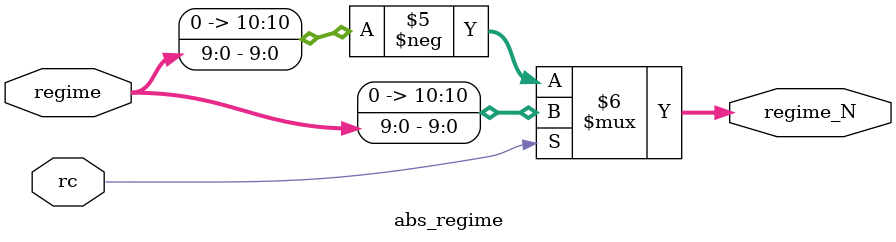
<source format=v>
`timescale 1ns / 1ps
module add_N32_ES6_PIPE(clk, in1, in2, start, out, inf, zero, done);

function [31:0] log2;
	input reg [31:0] value;
	begin
	value = value-1;
		for (log2=0; value>0; log2=log2+1)
			value = value>>1;
    end
endfunction

parameter N = 32;
parameter Bs = log2(N); 
parameter es = 6;


input clk;
input [N-1:0] in1, in2;
input start; 
output reg [N-1:0] out;
output reg inf, zero;
output reg done;

wire start0= start;
wire s1 = in1[N-1];
wire s2 = in2[N-1];
wire zero_tmp1 = |in1[N-2:0];
wire zero_tmp2 = |in2[N-2:0];
wire inf1 = in1[N-1] & (~zero_tmp1),
	inf2 = in2[N-1] & (~zero_tmp2);
wire zero1 = ~(in1[N-1] | zero_tmp1),
	zero2 = ~(in2[N-1] | zero_tmp2);
wire inf_t = inf1 | inf2,
	zero_t = zero1 & zero2;


//Data Extraction
wire rc1, rc2;
wire [Bs-1:0] regime1, regime2;
wire [es-1:0] e1, e2;
wire [N-es-1:0] mant1, mant2;
wire [N-1:0] xin1 = s1 ? -in1 : in1;
wire [N-1:0] xin2 = s2 ? -in2 : in2;
wire in1_gt_in2 = (xin1[N-2:0] >= xin2[N-2:0]) ? 1'b1 : 1'b0;
// data_extract_N32_ES6 #(.N(N),.es(es)) uut_de1(.in(xin1), .rc(rc1), .regime(regime1), .exp(e1), .mant(mant1));
// data_extract_N32_ES6 #(.N(N),.es(es)) uut_de2(.in(xin2), .rc(rc2), .regime(regime2), .exp(e2), .mant(mant2));
data_extract_v1 #(.N(N),.es(es)) uut_de1(.in(xin1), .rc(rc1), .regime(regime1), .exp(e1), .mant(mant1));
data_extract_v1 #(.N(N),.es(es)) uut_de2(.in(xin2), .rc(rc2), .regime(regime2), .exp(e2), .mant(mant2));

wire [N-es:0] m1 = {zero_tmp1,mant1}, 
	m2 = {zero_tmp2,mant2};

reg start_r0; 
reg in1_gt_in2_r0, s1_r0, s2_r0, inf_r0, zero_r0, rc1_r0, rc2_r0;
reg [Bs-1:0] regime1_rx, regime2_r0;
reg [es-1:0] e1_r0, e2_r0;
reg [N-es:0] m1_r0, m2_r0;

always @(posedge clk) begin
	start_r0 <= start0; in1_gt_in2_r0 <= in1_gt_in2; s1_r0 <= s1; s2_r0 <= s2; 
	inf_r0 <= inf_t; zero_r0 <= zero_t; rc1_r0 <= rc1; rc2_r0 <= rc2;
	regime1_rx <= regime1; regime2_r0 <= regime2; 
	e1_r0 <= e1; e2_r0 <= e2;
	m1_r0 <= m1; m2_r0 <= m2;
end

//Large Checking and Assignment
wire ls = in1_gt_in2_r0 ? s1_r0 : s2_r0;
wire op = s1_r0 ~^ s2_r0;

wire lrc = in1_gt_in2_r0 ? rc1_r0 : rc2_r0;
wire src = in1_gt_in2_r0 ? rc2_r0 : rc1_r0;

wire [Bs-1:0] lr = in1_gt_in2_r0 ? regime1_rx : regime2_r0;
wire [Bs-1:0] sr = in1_gt_in2_r0 ? regime2_r0 : regime1_rx;

wire [es-1:0] le = in1_gt_in2_r0 ? e1_r0 : e2_r0;
wire [es-1:0] se = in1_gt_in2_r0 ? e2_r0 : e1_r0;

wire [N-es:0] lm = in1_gt_in2_r0 ? m1_r0 : m2_r0;
wire [N-es:0] sm = in1_gt_in2_r0 ? m2_r0 : m1_r0;

//Exponent Difference: Lower Mantissa Right Shift Amount
// wire [es+Bs+1:0] diff;
// assign diff = {lrc ? {2'b0,lr} : -lr,le} - {src ? {2'b0,sr} : -sr, se};
// wire [Bs-1:0] exp_diff = (|diff[es+Bs:Bs]) ? {Bs{1'b1}} : diff[Bs-1:0];

wire [es+Bs+1:0] diff;
wire [Bs:0] lr_N;
wire [Bs:0] sr_N;
abs_regime #(.N(Bs)) uut_abs_regime1 (lrc, lr, lr_N);
abs_regime #(.N(Bs)) uut_abs_regime2 (src, sr, sr_N);
sub_N #(.N(es+Bs+1)) uut_ediff ({lr_N,le}, {sr_N, se}, diff);
wire [Bs-1:0] exp_diff = (|diff[es+Bs:Bs]) ? {Bs{1'b1}} : diff[Bs-1:0];

//DSR Right Shifting
// wire [N-1:0] DSR_right_in = {sm,5'b0};
// wire [N-1:0] DSR_right_out;
// wire [Bs-1:0] DSR_e_diff  = exp_diff;
// DSR_right_N_S #(.N(N), .S(Bs))  dsr1(.a(DSR_right_in), .b(DSR_e_diff), .c(DSR_right_out));

wire [N-1:0] DSR_right_in;
generate
	if (es >= 2) 
	assign DSR_right_in = {sm,{es-1{1'b0}}};
	else 
	assign DSR_right_in = sm;
endgenerate

wire [N-1:0] DSR_right_out;
wire [Bs-1:0] DSR_e_diff  = exp_diff;
DSR_right_N_S #(.N(N), .S(Bs))  dsr1(.a(DSR_right_in), .b(DSR_e_diff), .c(DSR_right_out));

reg start_r1;
reg ls_r1, op_r1, lrc_r1, inf_r1, zero_r1;
reg [Bs-1:0] lr_r1;
reg [es-1:0] le_r1;
reg [N-es:0] lm_r1;
reg [N-1:0] DSR_right_out_r1;
always @(posedge clk) begin
	start_r1 <= start_r0; ls_r1 <= ls; op_r1 <= op; inf_r1 <= inf_r0; zero_r1 <= zero_r0;
	lrc_r1 <= lrc;
	le_r1 <= le;
	lr_r1 <= lr;
	lm_r1 <= lm;
	DSR_right_out_r1 <= DSR_right_out;
end

//Mantissa Addition
// wire [N-1:0] add_m_in1 = {lm_r1,5'b0};
// wire [N:0] add_m;
// add_sub_N #(.N(N)) uut_add_sub_N (op_r1, add_m_in1, DSR_right_out_r1, add_m);
// wire [1:0] mant_ovf = add_m[N:N-1];

wire [N-1:0] add_m_in1;
generate
	if (es >= 2) 
	assign add_m_in1 = {lm_r1,{es-1{1'b0}}};
	else 
	assign add_m_in1 = lm_r1;
endgenerate

wire [N:0] add_m;
add_sub_N #(.N(N)) uut_add_sub_N (op_r1, add_m_in1, DSR_right_out_r1, add_m);
wire [1:0] mant_ovf = add_m[N:N-1];

//LOD
// wire [N-1:0] LOD_in = {(add_m[N] | add_m[N-1]), add_m[N-2:0]};
// wire [Bs-1:0] left_shift;
// LOD_32 l2(.in(LOD_in), .out(left_shift));

wire [N-1:0] LOD_in = {(add_m[N] | add_m[N-1]), add_m[N-2:0]};
wire [Bs-1:0] left_shift;
LOD_N #(.N(N)) l2(.in(LOD_in), .out(left_shift));

reg start_r2;
reg ls_r2, lrc_r2, inf_r2, zero_r2;
reg [Bs-1:0] lr_r2, left_shift_r2;
reg [es-1:0] le_r2;
reg [N:0] add_m_r2;
reg [1:0] mant_ovf_r2;
always @(posedge clk) begin
	start_r2 <= start_r1; ls_r2 <= ls_r1; inf_r2 <= inf_r1; zero_r2 <= zero_r1;
	lrc_r2 <= lrc_r1; lr_r2 <= lr_r1; le_r2 <= le_r1;
	left_shift_r2 <= left_shift;
	add_m_r2 <= add_m;
	mant_ovf_r2 <= mant_ovf;
end

//DSR Left Shifting
wire [N-1:0] DSR_left_out_t;
DSR_left_N_S #(.N(N), .S(Bs)) dsl1(.a(add_m_r2[N:1]), .b(left_shift_r2), .c(DSR_left_out_t));
wire [N-1:0] DSR_left_out = DSR_left_out_t[N-1] ? DSR_left_out_t[N-1:0] : {DSR_left_out_t[N-2:0],1'b0}; 


//Exponent and Regime Computation
wire [Bs:0] lr_N1 = lrc_r2 ? {1'b0,lr_r2} : -{1'b0,lr_r2};
wire [es+Bs+1:0] le_o_tmp, le_o;
sub_N #(.N(es+Bs+1)) sub3 ({lr_N1,le_r2}, {{es+1{1'b0}},left_shift_r2}, le_o_tmp);
add_mantovf #(es+Bs+1) uut_add_mantovf (le_o_tmp, mant_ovf_r2[1], le_o);

wire [es+Bs:0] le_oN = le_o[es+Bs] ? -le_o : le_o;
wire [es-1:0] e_o = le_o[es-1:0];
wire [Bs-1:0] r_o = (~le_o[es+Bs] || (|le_o[es-1:0])) + le_oN[es+Bs-1:es];

//Exponent and Mantissa Packing
// wire [2*N-1+3:0] tmp_o;
// assign tmp_o = { {N{~le_o[es+Bs]}}, le_o[es+Bs], e_o, DSR_left_out[N-2:4], |DSR_left_out[3:0]};
wire [2*N-1+3:0] tmp_o;
generate
	if(es > 2)
		assign tmp_o = { {N{~le_o[es+Bs]}}, le_o[es+Bs], e_o, DSR_left_out[N-2:es-2], |DSR_left_out[es-3:0]};
	else 
		assign tmp_o = { {N{~le_o[es+Bs]}}, le_o[es+Bs], e_o, DSR_left_out[N-2:0], {3-es{1'b0}} };
endgenerate

reg start_r3, ls_r3, inf_r3, zero_r3;
reg [2*N-1+3:0] tmp_o_r3;
reg [Bs-1:0] r_o_r3;
reg [N-1:0] DSR_left_out_r3;
always @(posedge clk) begin
	start_r3 <= start_r2; ls_r3 <= ls_r2; inf_r3 <= inf_r2; zero_r3 <= zero_r2;
	r_o_r3 <= r_o;
	tmp_o_r3 <= tmp_o;
	DSR_left_out_r3 <= DSR_left_out;
end

//Including/Pushing Regime bits in Exponent-Mantissa Packing
wire [3*N-1+3:0] tmp1_o;
DSR_right_N_S #(.N(3*N+3), .S(Bs)) dsr2 (.a({tmp_o_r3,{N{1'b0}}}), .b(r_o_r3), .c(tmp1_o));


//Rounding RNE : ulp_add = G.(R + S) + L.G.(~(R+S))
wire L = tmp1_o[N+4], G = tmp1_o[N+3], R = tmp1_o[N+2], St = |tmp1_o[N+1:0],
     ulp = ((G & (R | St)) | (L & G & ~(R | St)));
wire [N-1:0] rnd_ulp = {{N-1{1'b0}},ulp};
wire [N-1:0] tmp1_o_rnd = (r_o_r3 < N-es-2) ? tmp1_o[2*N-1+3:N+3] + rnd_ulp : tmp1_o[2*N-1+3:N+3];

//Final Output
wire [N-1:0] tmp1_oN = ls_r3 ? -tmp1_o_rnd : tmp1_o_rnd;
wire [N-1:0] out_tmp = inf_r3|zero_r3|(~DSR_left_out_r3[N-1]) ? {inf_r3,{N-1{1'b0}}} : {ls_r3, tmp1_oN[N-1:1]};  

always @(posedge clk) begin
	out <= out_tmp;
	done <= start_r3;
	inf <= inf_r3;
	zero <= zero_r3;
end
endmodule

/////////////////////////
// module data_extract_N32_ES6(in, rc, regime, exp, mant);

// function [31:0] log2;
// input reg [31:0] value;
// 	begin
// 	value = value-1;
// 	for (log2=0; value>0; log2=log2+1)
//         	value = value>>1;
//       	end
// endfunction


// parameter N=32;
// parameter Bs=log2(N);
// parameter es = 5;


// input [N-1:0] in;
// output rc;
// output [Bs-1:0] regime;
// output [es-1:0] exp;
// output [N-es-1:0] mant;

// //Data Extraction

// wire [N-1:0] xin = in;
// assign rc = xin[N-2];

// wire [N-1:0] xin_r = rc ? ~xin : xin;

// wire [Bs-1:0] k;
// LOD_32 uut_lod32_5 (.in({xin_r[N-2:0],rc^1'b0}), .out(k));

// assign regime = rc ? k-1 : k;

// wire [N-1:0] xin_tmp;
// DSR_left_N_S #(.N(N), .S(Bs)) ls (.a({xin[N-3:0],2'b0}),.b(k),.c(xin_tmp));

// assign exp= xin_tmp[N-1:N-es];
// assign mant= xin_tmp[N-es-1:0];

// endmodule

/////////////////
module sub_N (a,b,c);
	parameter N=10;
	input [N-1:0] a,b;
	output [N:0] c;
	assign c = {1'b0,a} - {1'b0,b};
endmodule

/////////////////////////
// module add_N (a,b,c);
// parameter N=10;
// input [N-1:0] a,b;
// output [N:0] c;
// assign c = {1'b0,a} + {1'b0,b};
// endmodule

/////////////////////////
module add_sub_N (op,a,b,c);
	parameter N=10;
	input op;
	input [N-1:0] a,b;
	output [N:0] c;
	assign c = op ? {1'b0,a} + {1'b0,b} : {1'b0,a} - {1'b0,b};
endmodule

/////////////////////////
module add_mantovf (a,mant_ovf,c);
	parameter N=10;
	input [N:0] a;
	input mant_ovf;
	output [N:0] c;
	assign c = a + mant_ovf;
endmodule

/////////////////////////
module DSR_left_N_S(a,b,c);
	parameter N=16;
	parameter S=4;
	input [N-1:0] a;
	input [S-1:0] b;
	output [N-1:0] c;

	wire [N-1:0] tmp [S-1:0];
	assign tmp[0]  = b[0] ? a << 7'd1  : a; 
	genvar i;
	generate
		for (i=1; i<S; i=i+1)begin:loop_blk
			assign tmp[i] = b[i] ? tmp[i-1] << 2**i : tmp[i-1];
		end
	endgenerate
	assign c = tmp[S-1];
endmodule

/////////////////////////
module DSR_right_N_S(a,b,c);
	parameter N=16;
	parameter S=4;
	input [N-1:0] a;
	input [S-1:0] b;
	output [N-1:0] c;

	wire [N-1:0] tmp [S-1:0];
	assign tmp[0]  = b[0] ? a >> 7'd1  : a; 
	genvar i;
	generate
		for (i=1; i<S; i=i+1)begin:loop_blk
			assign tmp[i] = b[i] ? tmp[i-1] >> 2**i : tmp[i-1];
		end
	endgenerate
	assign c = tmp[S-1];
endmodule

///////////////////////
// module LOD_32(in, out);
// input [31:0] in;
// output [4:0] out;
// wire [3:0] out_l, out_h;
// wire out_vl, out_vh;
// LOD16_4 pl(.in(in[15:0]), .out(out_l), .out_v(out_vl));
// LOD16_4 ph(.in(in[31:16]), .out(out_h), .out_v(out_vh));
// assign out = out_vh ? {1'b0,out_h} : {out_vl,out_l};
// endmodule

////////////////////
// module LOD16_4(in, out, out_v);
// input [15:0] in;
// output [3:0] out;
// output out_v;
// wire [2:0] out_l, out_h;
// wire out_vl, out_vh;
// LOD8_3 pl(.in(in[7:0]), .out(out_l), .out_v(out_vl));
// LOD8_3 ph(.in(in[15:8]), .out(out_h), .out_v(out_vh));
// assign out = out_vh ? {1'b0,out_h} : {out_vl,out_l};
// assign out_v = out_vl | out_vh;
// endmodule


////////////////////
// module LOD8_3(in, out, out_v);
// input [7:0] in;
// output [2:0] out;
// output out_v;

// wire [1:0] out_l, out_h;
// wire out_vl, out_vh;
// LOD4_2 pl(.in(in[3:0]), .out(out_l), .out_v(out_vl));
// LOD4_2 ph(.in(in[7:4]), .out(out_h), .out_v(out_vh));
// assign out = out_vh ? {1'b0,out_h} : {out_vl,out_l};
// assign out_v = out_vl | out_vh;

// endmodule


////////////////////
// module LOD4_2(in, out, out_v);
// input [3:0] in;
// output [1:0] out;
// output out_v;

// wire out_l, out_h;
// wire out_vl, out_vh;
// LOD2_1 pl(.in(in[1:0]), .out(out_l), .out_v(out_vl));
// LOD2_1 ph(.in(in[3:2]), .out(out_h), .out_v(out_vh));
// assign out = out_vh ? {1'b0,out_h} : {out_vl,out_l};
// assign out_v = out_vl | out_vh;

// endmodule


// module LOD2_1(in, out, out_v);
// input [1:0] in;
// output out;
// output out_v;

// assign out = ~in[1] & in[0];
// assign out_v = |in;
// endmodule

module data_extract_v1(in, rc, regime, exp, mant);
	function [31:0] log2;
		input reg [31:0] value;
		begin
			value = value-1;
			for (log2=0; value>0; log2=log2+1)
					value = value>>1;
		end
	endfunction

	parameter N=16;
	parameter Bs=log2(N);
	parameter es = 2;

	input [N-1:0] in;
	output rc;
	output [Bs-1:0] regime;
	output [es-1:0] exp;
	output [N-es-1:0] mant;

	wire [N-1:0] xin = in;
	assign rc = xin[N-2];

	wire [N-1:0] xin_r = rc ? ~xin : xin;

	wire [Bs-1:0] k;
	LOD_N #(.N(N)) xinst_k(.in({xin_r[N-2:0],rc^1'b0}), .out(k));

	assign regime = rc ? k-1 : k;

	wire [N-1:0] xin_tmp;
	DSR_left_N_S #(.N(N), .S(Bs)) ls (.a({xin[N-3:0],2'b0}),.b(k),.c(xin_tmp));

	assign exp= xin_tmp[N-1:N-es];
	assign mant= xin_tmp[N-es-1:0];
endmodule

module LOD_N (in, out);
	function [31:0] log2;
	input reg [31:0] value;
	begin
		value = value-1;
		for (log2=0; value>0; log2=log2+1)
			value = value>>1;
	end
	endfunction

	parameter N = 64;
	parameter S = log2(N); 
	input [N-1:0] in;
	output [S-1:0] out;

	wire vld;
	LOD #(.N(N)) l1 (in, out, vld);
endmodule

module LOD (in, out, vld);

	function [31:0] log2;
	input reg [31:0] value;
	begin
		value = value-1;
		for (log2=0; value>0; log2=log2+1)
			value = value>>1;
	end
	endfunction

	parameter N = 64;
	parameter S = log2(N);

	input [N-1:0] in;
	output [S-1:0] out;
	output vld;

	generate
		if (N == 2)
		begin
			assign vld = |in;
			assign out = ~in[1] & in[0];
		end
		else if (N & (N-1))
			//LOD #(1<<S) LOD ({1<<S {1'b0}} | in,out,vld);
			LOD #(1<<S) LOD ({in,{((1<<S) - N) {1'b0}}},out,vld);
		else
		begin
			wire [S-2:0] out_l, out_h;
			wire out_vl, out_vh;
			LOD #(N>>1) l(in[(N>>1)-1:0],out_l,out_vl);
			LOD #(N>>1) h(in[N-1:N>>1],out_h,out_vh);
			assign vld = out_vl | out_vh;
			assign out = out_vh ? {1'b0,out_h} : {out_vl,out_l};
		end
	endgenerate
endmodule

module abs_regime (rc, regime, regime_N);
	parameter N = 10;
	input rc;
	input [N-1:0] regime;
	output [N:0] regime_N;

	assign regime_N = rc ? {1'b0,regime} : -{1'b0,regime};
endmodule
</source>
